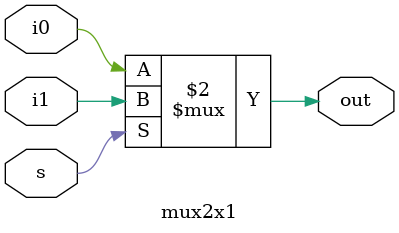
<source format=v>
`timescale 1ns / 1ps
module halfadderusing2x1mux(input a,b,sum,output carry);

mux2x1 sum1(a,~a,b,sum);
mux2x1 c1(0,a,b,carry);

endmodule

module mux2x1(input i0,i1,s,output reg out);
always@*
begin
out=s?i1:i0;
end
endmodule

</source>
